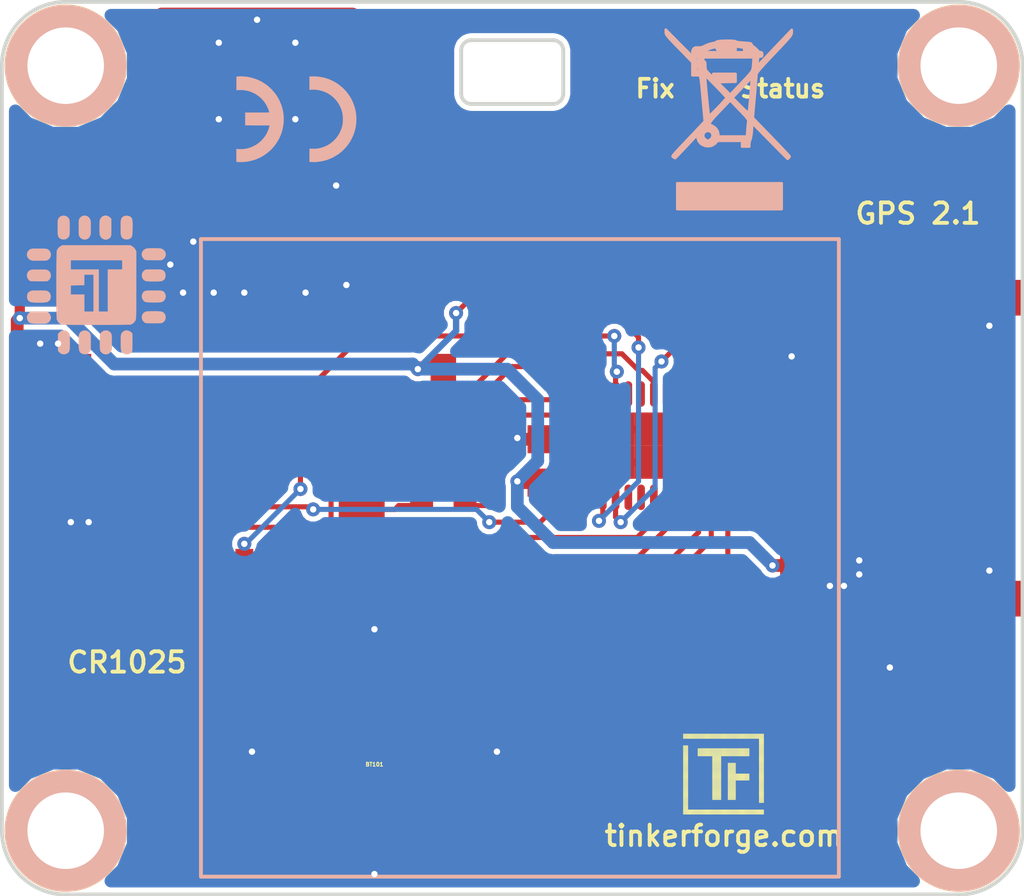
<source format=kicad_pcb>
(kicad_pcb (version 20171130) (host pcbnew 5.1.5-52549c5~84~ubuntu18.04.1)
  (layers (0 F.Cu signal hide) (31 B.Cu signal hide) (34 B.Paste user) (35 F.Paste user) (36 B.SilkS user) (37 F.SilkS user) (38 B.Mask user) (39 F.Mask user) (44 Edge.Cuts user))
  (net 0 "")
  (net 1 GND)
  (net 2 VCC)
  (net 3 "Net-(C101-Pad2)")
  (net 4 "Net-(L101-Pad2)")
  (net 5 RESET)
  (net 6 TXD)
  (net 7 RXD)
  (net 8 1PPS)
  (net 9 "Net-(RP101-Pad5)")
  (net 10 "Net-(RP101-Pad7)")
  (net 11 "Net-(RP101-Pad8)")
  (net 12 RTCM)
  (net 13 INT)
  (net 14 "Net-(D101-Pad2)")
  (net 15 "Net-(P103-Pad2)")
  (net 16 M-CS)
  (net 17 M-CLK)
  (net 18 M-MOSI)
  (net 19 M-MISO)
  (net 20 S-MISO)
  (net 21 S-MOSI)
  (net 22 S-CLK)
  (net 23 S-CS)
  (net 24 "Net-(RP102-Pad1)")
  (net 25 "Net-(RP102-Pad2)")
  (net 26 "Net-(RP102-Pad3)")
  (net 27 "Net-(RP102-Pad4)")
  (net 28 "Net-(D102-Pad2)")
  (net 29 "Net-(RP103-Pad5)")
  (net 30 "Net-(RP103-Pad8)")
  (net 31 "Net-(P101-Pad1)")
  (net 32 "Net-(RP101-Pad3)")
  (net 33 "Net-(RP101-Pad6)")
  (net 34 "Net-(RP103-Pad2)")
  (net 35 "Net-(RP103-Pad3)")
  (net 36 "Net-(RP103-Pad6)")
  (net 37 "Net-(RP103-Pad7)")
  (net 38 "Net-(U101-Pad3)")
  (net 39 "Net-(U101-Pad4)")
  (net 40 "Net-(U101-Pad11)")
  (net 41 "Net-(U101-Pad15)")
  (net 42 "Net-(U101-Pad16)")
  (net 43 "Net-(U102-Pad10)")
  (net 44 "Net-(C1-Pad1)")
  (net 45 "Net-(P101-Pad4)")
  (net 46 "Net-(P101-Pad5)")
  (net 47 "Net-(P101-Pad6)")
  (net 48 VBat)
  (module kicad-libraries:WEEE_7mm (layer B.Cu) (at 194.9 90.5 180)
    (fp_text reference VAL hide)
    (fp_text value WEEE_7mm hide)
  )
  (module kicad-libraries:FT-GPS-001 (layer B.Cu) (at 186.7 107.7)
    (fp_text reference REF**)
    (fp_text value FT-GPS-001)
  )
  (module kicad-libraries:CON-SENSOR2 (layer F.Cu) (at 206.4 103.4 90)
    (fp_text reference P101)
    (fp_text value CON-SENSOR)
    (pad 1 smd rect (at -3.75 -4.6 90) (size 0.6 1.8) (layers F.Cu F.Paste F.Mask) (net 31 "Net-(P101-Pad1)"))
    (pad 2 smd rect (at -2.5 -4.6 90) (size 0.6 1.8) (layers F.Cu F.Paste F.Mask) (net 1 GND))
    (pad EP smd rect (at -5.9 -1.2 90) (size 1.4 2.4) (layers F.Cu F.Paste F.Mask) (net 1 GND))
    (pad EP smd rect (at 5.9 -1.2 90) (size 1.4 2.4) (layers F.Cu F.Paste F.Mask) (net 1 GND))
    (pad 3 smd rect (at -1.25 -4.6 90) (size 0.6 1.8) (layers F.Cu F.Paste F.Mask) (net 3 "Net-(C101-Pad2)"))
    (pad 4 smd rect (at 0 -4.6 90) (size 0.6 1.8) (layers F.Cu F.Paste F.Mask) (net 45 "Net-(P101-Pad4)"))
    (pad 5 smd rect (at 1.25 -4.6 90) (size 0.6 1.8) (layers F.Cu F.Paste F.Mask) (net 46 "Net-(P101-Pad5)"))
    (pad 6 smd rect (at 2.5 -4.6 90) (size 0.6 1.8) (layers F.Cu F.Paste F.Mask) (net 47 "Net-(P101-Pad6)"))
    (pad 7 smd rect (at 3.75 -4.6 90) (size 0.6 1.8) (layers F.Cu F.Paste F.Mask) (net 44 "Net-(C1-Pad1)"))
  )
  (module kicad-libraries:Fiducial_Mark (layer F.Cu) (at 199.9 91.4)
    (fp_text reference Fiducial_Mark hide)
    (fp_text value VAL** hide)
    (pad 1 smd circle (at 0 0) (size 1.00076 1.00076) (layers F.Cu F.Paste F.Mask) (clearance 0.65024))
  )
  (module kicad-libraries:Fiducial_Mark (layer F.Cu) (at 167.9 92.9)
    (fp_text reference Fiducial_Mark hide)
    (fp_text value VAL** hide)
    (pad 1 smd circle (at 0 0) (size 1.00076 1.00076) (layers F.Cu F.Paste F.Mask) (clearance 0.65024))
  )
  (module kicad-libraries:Fiducial_Mark (layer F.Cu) (at 204.9 113.4)
    (fp_text reference Fiducial_Mark hide)
    (fp_text value VAL** hide)
    (pad 1 smd circle (at 0 0) (size 1.00076 1.00076) (layers F.Cu F.Paste F.Mask) (clearance 0.65024))
  )
  (module kicad-libraries:Logo_CoMCU (layer B.Cu) (at 170.1 97 180)
    (fp_text reference G*** hide)
    (fp_text value LOGO hide)
  )
  (module kicad-libraries:SolderJumper (layer F.Cu) (at 199.8 112 180)
    (fp_text reference P103)
    (fp_text value Boot)
    (pad 2 smd rect (at 0.55 0 180) (size 0.3 1.4) (layers F.Cu F.Mask) (net 15 "Net-(P103-Pad2)"))
    (pad 2 smd rect (at 0.15 0 180) (size 0.6 0.5) (layers F.Cu F.Mask) (net 15 "Net-(P103-Pad2)"))
    (pad 1 smd rect (at -0.5 0 180) (size 0.4 1.4) (layers F.Cu F.Mask) (net 1 GND))
    (pad 1 smd rect (at -0.225 0.55 180) (size 0.95 0.3) (layers F.Cu F.Mask) (net 1 GND))
    (pad 1 smd rect (at -0.225 -0.55 180) (size 0.95 0.3) (layers F.Cu F.Mask) (net 1 GND))
  )
  (module kicad-libraries:0603X4 (layer F.Cu) (at 191.7 96.1)
    (fp_text reference RP103)
    (fp_text value 1k)
    (pad 1 smd rect (at 1.19888 -0.8509) (size 0.44958 0.89916) (layers F.Cu F.Paste F.Mask) (net 14 "Net-(D101-Pad2)"))
    (pad 2 smd rect (at 0.39878 -0.8509) (size 0.44958 0.89916) (layers F.Cu F.Paste F.Mask) (net 34 "Net-(RP103-Pad2)"))
    (pad 3 smd rect (at -0.39878 -0.8509) (size 0.44958 0.89916) (layers F.Cu F.Paste F.Mask) (net 35 "Net-(RP103-Pad3)"))
    (pad 4 smd rect (at -1.19888 -0.8509) (size 0.44958 0.89916) (layers F.Cu F.Paste F.Mask) (net 28 "Net-(D102-Pad2)"))
    (pad 5 smd rect (at -1.19888 0.8509) (size 0.44958 0.89916) (layers F.Cu F.Paste F.Mask) (net 29 "Net-(RP103-Pad5)"))
    (pad 6 smd rect (at -0.39878 0.8509) (size 0.44958 0.89916) (layers F.Cu F.Paste F.Mask) (net 36 "Net-(RP103-Pad6)"))
    (pad 7 smd rect (at 0.39878 0.8509) (size 0.44958 0.89916) (layers F.Cu F.Paste F.Mask) (net 37 "Net-(RP103-Pad7)"))
    (pad 8 smd rect (at 1.19888 0.8509) (size 0.44958 0.89916) (layers F.Cu F.Paste F.Mask) (net 30 "Net-(RP103-Pad8)"))
  )
  (module kicad-libraries:D0603E (layer F.Cu) (at 192 87.6)
    (fp_text reference D102)
    (fp_text value "LED green")
    (pad 1 smd rect (at -0.8501 0) (size 1.1 1) (layers F.Cu F.Paste F.Mask) (net 2 VCC))
    (pad 2 smd rect (at 0.8501 0) (size 1.1 1) (layers F.Cu F.Paste F.Mask) (net 28 "Net-(D102-Pad2)"))
  )
  (module kicad-libraries:QFN24-4x4mm-0.5mm (layer F.Cu) (at 191.2 103.3 270)
    (fp_text reference U101)
    (fp_text value XMC1302-32)
    (pad 1 smd oval (at -2.025 -1.25 270) (size 1 0.3) (layers F.Cu F.Paste F.Mask) (net 20 S-MISO))
    (pad 2 smd oval (at -2.025 -0.75 270) (size 1 0.3) (layers F.Cu F.Paste F.Mask) (net 5 RESET))
    (pad 3 smd oval (at -2.025 -0.25 270) (size 1 0.3) (layers F.Cu F.Paste F.Mask) (net 38 "Net-(U101-Pad3)"))
    (pad 4 smd oval (at -2.025 0.25 270) (size 1 0.3) (layers F.Cu F.Paste F.Mask) (net 39 "Net-(U101-Pad4)"))
    (pad 5 smd oval (at -2.025 0.75 270) (size 1 0.3) (layers F.Cu F.Paste F.Mask) (net 13 INT))
    (pad 6 smd oval (at -2.025 1.25 270) (size 1 0.3) (layers F.Cu F.Paste F.Mask) (net 8 1PPS))
    (pad 7 smd oval (at -1.25 2.025) (size 1 0.3) (layers F.Cu F.Paste F.Mask) (net 7 RXD))
    (pad 8 smd oval (at -0.75 2.025) (size 1 0.3) (layers F.Cu F.Paste F.Mask) (net 6 TXD))
    (pad 9 smd oval (at -0.25 2.025) (size 1 0.3) (layers F.Cu F.Paste F.Mask) (net 1 GND))
    (pad 10 smd oval (at 0.25 2.025) (size 1 0.3) (layers F.Cu F.Paste F.Mask) (net 2 VCC))
    (pad 11 smd oval (at 0.75 2.025) (size 1 0.3) (layers F.Cu F.Paste F.Mask) (net 40 "Net-(U101-Pad11)"))
    (pad 12 smd oval (at 1.25 2.025) (size 1 0.3) (layers F.Cu F.Paste F.Mask) (net 12 RTCM))
    (pad 13 smd oval (at 2.025 1.25 270) (size 1 0.3) (layers F.Cu F.Paste F.Mask) (net 29 "Net-(RP103-Pad5)"))
    (pad 14 smd oval (at 2.025 0.75 270) (size 1 0.3) (layers F.Cu F.Paste F.Mask) (net 30 "Net-(RP103-Pad8)"))
    (pad 15 smd oval (at 2.025 0.25 270) (size 1 0.3) (layers F.Cu F.Paste F.Mask) (net 41 "Net-(U101-Pad15)"))
    (pad 16 smd oval (at 2.025 -0.25 270) (size 1 0.3) (layers F.Cu F.Paste F.Mask) (net 42 "Net-(U101-Pad16)"))
    (pad 17 smd oval (at 2.025 -0.75 270) (size 1 0.3) (layers F.Cu F.Paste F.Mask) (net 19 M-MISO))
    (pad 18 smd oval (at 2.025 -1.25 270) (size 1 0.3) (layers F.Cu F.Paste F.Mask) (net 18 M-MOSI))
    (pad 19 smd oval (at 1.25 -2.025) (size 1 0.3) (layers F.Cu F.Paste F.Mask) (net 17 M-CLK))
    (pad 20 smd oval (at 0.75 -2.025) (size 1 0.3) (layers F.Cu F.Paste F.Mask) (net 16 M-CS))
    (pad 21 smd oval (at 0.25 -2.025) (size 1 0.3) (layers F.Cu F.Paste F.Mask) (net 15 "Net-(P103-Pad2)"))
    (pad 22 smd oval (at -0.25 -2.025) (size 1 0.3) (layers F.Cu F.Paste F.Mask) (net 23 S-CS))
    (pad 23 smd oval (at -0.75 -2.025) (size 1 0.3) (layers F.Cu F.Paste F.Mask) (net 22 S-CLK))
    (pad 24 smd oval (at -1.25 -2.025) (size 1 0.3) (layers F.Cu F.Paste F.Mask) (net 21 S-MOSI))
    (pad EXP smd rect (at 0.65 0.65 270) (size 1.3 1.3) (layers F.Cu F.Paste F.Mask) (net 1 GND))
    (pad EXP smd rect (at 0.65 -0.65 270) (size 1.3 1.3) (layers F.Cu F.Paste F.Mask) (net 1 GND))
    (pad EXP smd rect (at -0.65 0.65 270) (size 1.3 1.3) (layers F.Cu F.Paste F.Mask) (net 1 GND))
    (pad EXP smd rect (at -0.65 -0.65 270) (size 1.3 1.3) (layers F.Cu F.Paste F.Mask) (net 1 GND))
  )
  (module kicad-libraries:Logo_31x31 (layer F.Cu) (at 193.1 114.6)
    (fp_text reference G*** hide)
    (fp_text value Logo_31x31 hide)
  )
  (module kicad-libraries:0603X4 (layer F.Cu) (at 183.7 104.45 270)
    (fp_text reference RP101)
    (fp_text value 270)
    (pad 1 smd rect (at 1.19888 -0.8509 270) (size 0.44958 0.89916) (layers F.Cu F.Paste F.Mask) (net 6 TXD))
    (pad 2 smd rect (at 0.39878 -0.8509 270) (size 0.44958 0.89916) (layers F.Cu F.Paste F.Mask) (net 7 RXD))
    (pad 3 smd rect (at -0.39878 -0.8509 270) (size 0.44958 0.89916) (layers F.Cu F.Paste F.Mask) (net 32 "Net-(RP101-Pad3)"))
    (pad 4 smd rect (at -1.19888 -0.8509 270) (size 0.44958 0.89916) (layers F.Cu F.Paste F.Mask) (net 8 1PPS))
    (pad 5 smd rect (at -1.19888 0.8509 270) (size 0.44958 0.89916) (layers F.Cu F.Paste F.Mask) (net 9 "Net-(RP101-Pad5)"))
    (pad 6 smd rect (at -0.39878 0.8509 270) (size 0.44958 0.89916) (layers F.Cu F.Paste F.Mask) (net 33 "Net-(RP101-Pad6)"))
    (pad 7 smd rect (at 0.39878 0.8509 270) (size 0.44958 0.89916) (layers F.Cu F.Paste F.Mask) (net 10 "Net-(RP101-Pad7)"))
    (pad 8 smd rect (at 1.19888 0.8509 270) (size 0.44958 0.89916) (layers F.Cu F.Paste F.Mask) (net 11 "Net-(RP101-Pad8)"))
  )
  (module kicad-libraries:0603X4 (layer F.Cu) (at 183.7 108.1 90)
    (fp_text reference RP102)
    (fp_text value 270)
    (pad 1 smd rect (at 1.19888 -0.8509 90) (size 0.44958 0.89916) (layers F.Cu F.Paste F.Mask) (net 24 "Net-(RP102-Pad1)"))
    (pad 2 smd rect (at 0.39878 -0.8509 90) (size 0.44958 0.89916) (layers F.Cu F.Paste F.Mask) (net 25 "Net-(RP102-Pad2)"))
    (pad 3 smd rect (at -0.39878 -0.8509 90) (size 0.44958 0.89916) (layers F.Cu F.Paste F.Mask) (net 26 "Net-(RP102-Pad3)"))
    (pad 4 smd rect (at -1.19888 -0.8509 90) (size 0.44958 0.89916) (layers F.Cu F.Paste F.Mask) (net 27 "Net-(RP102-Pad4)"))
    (pad 5 smd rect (at -1.19888 0.8509 90) (size 0.44958 0.89916) (layers F.Cu F.Paste F.Mask) (net 16 M-CS))
    (pad 6 smd rect (at -0.39878 0.8509 90) (size 0.44958 0.89916) (layers F.Cu F.Paste F.Mask) (net 17 M-CLK))
    (pad 7 smd rect (at 0.39878 0.8509 90) (size 0.44958 0.89916) (layers F.Cu F.Paste F.Mask) (net 18 M-MOSI))
    (pad 8 smd rect (at 1.19888 0.8509 90) (size 0.44958 0.89916) (layers F.Cu F.Paste F.Mask) (net 19 M-MISO))
  )
  (module kicad-libraries:D0603E (layer F.Cu) (at 197 87.6)
    (fp_text reference D101)
    (fp_text value "LED blue")
    (pad 1 smd rect (at -0.8501 0) (size 1.1 1) (layers F.Cu F.Paste F.Mask) (net 2 VCC))
    (pad 2 smd rect (at 0.8501 0) (size 1.1 1) (layers F.Cu F.Paste F.Mask) (net 14 "Net-(D101-Pad2)"))
  )
  (module kicad-libraries:DRILL_NP (layer F.Cu) (at 168.9 118.4)
    (fp_text reference U106 hide)
    (fp_text value DRILL hide)
    (pad "" np_thru_hole circle (at 0 0) (size 2.99974 2.99974) (drill 2.99974) (layers *.Cu *.Mask F.SilkS) (clearance 0.89916))
  )
  (module kicad-libraries:DRILL_NP (layer F.Cu) (at 168.9 88.4)
    (fp_text reference U105 hide)
    (fp_text value DRILL hide)
    (pad "" np_thru_hole circle (at 0 0) (size 2.99974 2.99974) (drill 2.99974) (layers *.Cu *.Mask F.SilkS) (clearance 0.89916))
  )
  (module kicad-libraries:DRILL_NP (layer F.Cu) (at 203.9 118.4)
    (fp_text reference U104 hide)
    (fp_text value DRILL hide)
    (pad "" np_thru_hole circle (at 0 0) (size 2.99974 2.99974) (drill 2.99974) (layers *.Cu *.Mask F.SilkS) (clearance 0.89916))
  )
  (module kicad-libraries:DRILL_NP (layer F.Cu) (at 203.9 88.4)
    (fp_text reference U103 hide)
    (fp_text value DRILL hide)
    (pad "" np_thru_hole circle (at 0 0) (size 2.99974 2.99974) (drill 2.99974) (layers *.Cu *.Mask F.SilkS) (clearance 0.89916))
  )
  (module kicad-libraries:C0603E (layer F.Cu) (at 199.1 105.7 90)
    (fp_text reference C101)
    (fp_text value 1uF)
    (pad 1 smd rect (at -0.8501 0 90) (size 1.1 1) (layers F.Cu F.Paste F.Mask) (net 1 GND))
    (pad 2 smd rect (at 0.8501 0 90) (size 1.1 1) (layers F.Cu F.Paste F.Mask) (net 3 "Net-(C101-Pad2)"))
  )
  (module kicad-libraries:C0603E (layer F.Cu) (at 198.3 108 180)
    (fp_text reference C102)
    (fp_text value 10uF)
    (pad 1 smd rect (at -0.8501 0 180) (size 1.1 1) (layers F.Cu F.Paste F.Mask) (net 1 GND))
    (pad 2 smd rect (at 0.8501 0 180) (size 1.1 1) (layers F.Cu F.Paste F.Mask) (net 2 VCC))
  )
  (module kicad-libraries:C0603E (layer F.Cu) (at 187.5 103.9 270)
    (fp_text reference C103)
    (fp_text value 100nF)
    (pad 1 smd rect (at -0.8501 0 270) (size 1.1 1) (layers F.Cu F.Paste F.Mask) (net 1 GND))
    (pad 2 smd rect (at 0.8501 0 270) (size 1.1 1) (layers F.Cu F.Paste F.Mask) (net 2 VCC))
  )
  (module kicad-libraries:C0603E (layer F.Cu) (at 169.4 101.1 270)
    (fp_text reference C104)
    (fp_text value 100nF)
    (pad 1 smd rect (at -0.8501 0 270) (size 1.1 1) (layers F.Cu F.Paste F.Mask) (net 1 GND))
    (pad 2 smd rect (at 0.8501 0 270) (size 1.1 1) (layers F.Cu F.Paste F.Mask) (net 2 VCC))
  )
  (module kicad-libraries:C0603E (layer F.Cu) (at 168 101.1 270)
    (fp_text reference C105)
    (fp_text value 1uF)
    (pad 1 smd rect (at -0.8501 0 270) (size 1.1 1) (layers F.Cu F.Paste F.Mask) (net 1 GND))
    (pad 2 smd rect (at 0.8501 0 270) (size 1.1 1) (layers F.Cu F.Paste F.Mask) (net 2 VCC))
  )
  (module kicad-libraries:C0603E (layer F.Cu) (at 169.4 104.5 90)
    (fp_text reference C106)
    (fp_text value 1µF)
    (pad 1 smd rect (at -0.8501 0 90) (size 1.1 1) (layers F.Cu F.Paste F.Mask) (net 1 GND))
    (pad 2 smd rect (at 0.8501 0 90) (size 1.1 1) (layers F.Cu F.Paste F.Mask) (net 48 VBat))
  )
  (module kicad-libraries:C0603E (layer F.Cu) (at 173 94.4 90)
    (fp_text reference C107)
    (fp_text value 1µF)
    (pad 1 smd rect (at -0.8501 0 90) (size 1.1 1) (layers F.Cu F.Paste F.Mask) (net 1 GND))
    (pad 2 smd rect (at 0.8501 0 90) (size 1.1 1) (layers F.Cu F.Paste F.Mask) (net 2 VCC))
  )
  (module kicad-libraries:C0603E (layer F.Cu) (at 197.5 105.7 90)
    (fp_text reference FB101)
    (fp_text value FB)
    (pad 1 smd rect (at -0.8501 0 90) (size 1.1 1) (layers F.Cu F.Paste F.Mask) (net 2 VCC))
    (pad 2 smd rect (at 0.8501 0 90) (size 1.1 1) (layers F.Cu F.Paste F.Mask) (net 3 "Net-(C101-Pad2)"))
  )
  (module kicad-libraries:R0603E (layer F.Cu) (at 183.7 101.1 270)
    (fp_text reference R102)
    (fp_text value 1k)
    (pad 1 smd rect (at -0.8501 0 270) (size 1.1 1) (layers F.Cu F.Paste F.Mask) (net 2 VCC))
    (pad 2 smd rect (at 0.8501 0 270) (size 1.1 1) (layers F.Cu F.Paste F.Mask) (net 5 RESET))
  )
  (module kicad-libraries:BATTERY_HOLDER_BK870 (layer F.Cu) (at 181 115.3)
    (fp_text reference BT101 (at 0 0.5) (layer F.SilkS) (effects (font (size 0.15 0.15) (thickness 0.0375))))
    (fp_text value Battery)
    (pad 1 smd rect (at -7.7 0) (size 3.2 3.2) (layers F.Cu F.Paste F.Mask) (net 48 VBat))
    (pad 1 smd rect (at 7.7 0) (size 3.2 3.2) (layers F.Cu F.Paste F.Mask) (net 48 VBat))
    (pad 2 smd circle (at 0 0) (size 8.13 8.13) (layers F.Cu F.Mask) (net 1 GND))
  )
  (module kicad-libraries:FireFlyX1 (layer F.Cu) (at 175.9 103.4 270)
    (fp_text reference U102)
    (fp_text value FireFlyX1)
    (pad 1 smd rect (at -4.85 -2.4 270) (size 1.8 0.7) (layers F.Cu F.Paste F.Mask) (net 1 GND))
    (pad 2 smd rect (at -4.85 -1.2 270) (size 1.8 0.7) (layers F.Cu F.Paste F.Mask) (net 4 "Net-(L101-Pad2)"))
    (pad 3 smd rect (at -4.85 0 270) (size 1.8 0.7) (layers F.Cu F.Paste F.Mask) (net 1 GND))
    (pad 4 smd rect (at -4.85 1.2 270) (size 1.8 0.7) (layers F.Cu F.Paste F.Mask) (net 1 GND))
    (pad 5 smd rect (at -4.85 2.4 270) (size 1.8 0.7) (layers F.Cu F.Paste F.Mask) (net 1 GND))
    (pad 6 smd rect (at -2.4 4.6 270) (size 0.7 1.8) (layers F.Cu F.Paste F.Mask) (net 1 GND))
    (pad 7 smd rect (at -1.2 4.6 270) (size 0.7 1.8) (layers F.Cu F.Paste F.Mask) (net 2 VCC))
    (pad 8 smd rect (at 0 4.6 270) (size 0.7 1.8) (layers F.Cu F.Paste F.Mask) (net 48 VBat))
    (pad 9 smd rect (at 1.2 4.6 270) (size 0.7 1.8) (layers F.Cu F.Paste F.Mask) (net 1 GND))
    (pad 10 smd rect (at 2.4 4.6 270) (size 0.7 1.8) (layers F.Cu F.Paste F.Mask) (net 43 "Net-(U102-Pad10)"))
    (pad 11 smd rect (at 4.85 2.4 270) (size 1.8 0.7) (layers F.Cu F.Paste F.Mask) (net 12 RTCM))
    (pad 12 smd rect (at 4.85 1.2 270) (size 1.8 0.7) (layers F.Cu F.Paste F.Mask) (net 24 "Net-(RP102-Pad1)"))
    (pad 13 smd rect (at 4.85 0 270) (size 1.8 0.7) (layers F.Cu F.Paste F.Mask) (net 13 INT))
    (pad 14 smd rect (at 4.85 -1.2 270) (size 1.8 0.7) (layers F.Cu F.Paste F.Mask) (net 25 "Net-(RP102-Pad2)"))
    (pad 15 smd rect (at 4.85 -2.4 270) (size 1.8 0.7) (layers F.Cu F.Paste F.Mask) (net 26 "Net-(RP102-Pad3)"))
    (pad 16 smd rect (at 2.4 -4.6 270) (size 0.7 1.8) (layers F.Cu F.Paste F.Mask) (net 11 "Net-(RP101-Pad8)"))
    (pad 17 smd rect (at 1.2 -4.6 270) (size 0.7 1.8) (layers F.Cu F.Paste F.Mask) (net 10 "Net-(RP101-Pad7)"))
    (pad 18 smd rect (at 0 -4.6 270) (size 0.7 1.8) (layers F.Cu F.Paste F.Mask) (net 9 "Net-(RP101-Pad5)"))
    (pad 19 smd rect (at -1.2 -4.6 270) (size 0.7 1.8) (layers F.Cu F.Paste F.Mask) (net 5 RESET))
    (pad 20 smd rect (at -2.4 -4.6 270) (size 0.7 1.8) (layers F.Cu F.Paste F.Mask) (net 27 "Net-(RP102-Pad4)"))
  )
  (module kicad-libraries:CE_5mm (layer B.Cu) (at 177.9 90.5 180)
    (fp_text reference VAL hide)
    (fp_text value CE_5mm hide)
  )
  (module kicad-libraries:U.FL-CON (layer F.Cu) (at 176.4 89)
    (fp_text reference P104)
    (fp_text value U.FL)
    (pad 2 smd rect (at -1.45034 0) (size 1.09982 2.19964) (layers F.Cu F.Paste F.Mask) (net 1 GND))
    (pad 2 smd rect (at 1.45034 0) (size 1.09982 2.19964) (layers F.Cu F.Paste F.Mask) (net 1 GND))
    (pad 2 smd rect (at 0 -1.50114) (size 1.00076 1.00076) (layers F.Cu F.Paste F.Mask) (net 1 GND))
    (pad 1 smd rect (at 0 1.50114) (size 1.00076 1.05156) (layers F.Cu F.Paste F.Mask) (net 4 "Net-(L101-Pad2)"))
  )
  (module kicad-libraries:C0402F (layer F.Cu) (at 198.5 99.8 180)
    (fp_text reference C1)
    (fp_text value 220pF)
    (pad 2 smd rect (at 0.5 0 180) (size 0.6 0.7) (layers F.Cu F.Paste F.Mask) (net 1 GND))
    (pad 1 smd rect (at -0.5 0 180) (size 0.6 0.7) (layers F.Cu F.Paste F.Mask) (net 44 "Net-(C1-Pad1)"))
  )
  (module kicad-libraries:4X0402 (layer F.Cu) (at 198.5 101.5 90)
    (fp_text reference RP2)
    (fp_text value 82)
    (pad 1 smd rect (at -0.7493 0.575 270) (size 0.29972 0.65) (layers F.Cu F.Paste F.Mask) (net 45 "Net-(P101-Pad4)"))
    (pad 2 smd rect (at -0.24892 0.575 270) (size 0.29972 0.65) (layers F.Cu F.Paste F.Mask) (net 46 "Net-(P101-Pad5)"))
    (pad 3 smd rect (at 0.24892 0.575 270) (size 0.29972 0.65) (layers F.Cu F.Paste F.Mask) (net 47 "Net-(P101-Pad6)"))
    (pad 4 smd rect (at 0.7493 0.575 270) (size 0.29972 0.65) (layers F.Cu F.Paste F.Mask) (net 44 "Net-(C1-Pad1)"))
    (pad 5 smd rect (at 0.7493 -0.575 90) (size 0.29972 0.65) (layers F.Cu F.Paste F.Mask) (net 20 S-MISO))
    (pad 6 smd rect (at 0.24892 -0.575 90) (size 0.29972 0.65) (layers F.Cu F.Paste F.Mask) (net 21 S-MOSI))
    (pad 7 smd rect (at -0.24892 -0.575 90) (size 0.29972 0.65) (layers F.Cu F.Paste F.Mask) (net 22 S-CLK))
    (pad 8 smd rect (at -0.7493 -0.575 90) (size 0.29972 0.65) (layers F.Cu F.Paste F.Mask) (net 23 S-CS))
  )
  (module kicad-libraries:R0603E (layer F.Cu) (at 175.5 93.5)
    (fp_text reference L101)
    (fp_text value 33nH)
    (pad 1 smd rect (at -0.8501 0) (size 1.1 1) (layers F.Cu F.Paste F.Mask) (net 2 VCC))
    (pad 2 smd rect (at 0.8501 0) (size 1.1 1) (layers F.Cu F.Paste F.Mask) (net 4 "Net-(L101-Pad2)"))
  )
  (gr_text CR1025 (at 171.3 111.8) (layer F.SilkS) (effects (font (size 0.8 0.8))))
  (gr_line (start 188 89.9) (end 184.8 89.9) (angle 90) (layer Edge.Cuts) (width 0.15))
  (gr_line (start 184.8 87.4) (end 188 87.4) (angle 90) (layer Edge.Cuts) (width 0.15))
  (gr_line (start 184.4 89.5) (end 184.4 87.8) (angle 90) (layer Edge.Cuts) (width 0.15))
  (gr_line (start 188.4 89.5) (end 188.4 87.8) (angle 90) (layer Edge.Cuts) (width 0.15))
  (gr_arc (start 184.8 89.5) (end 184.8 89.9) (angle 90) (layer Edge.Cuts) (width 0.15))
  (gr_arc (start 188 89.5) (end 188.4 89.5) (angle 90) (layer Edge.Cuts) (width 0.15))
  (gr_arc (start 188 87.8) (end 188 87.4) (angle 90) (layer Edge.Cuts) (width 0.15))
  (gr_arc (start 184.8 87.8) (end 184.4 87.8) (angle 90) (layer Edge.Cuts) (width 0.15))
  (gr_text Fix (at 192 89.3) (layer F.SilkS) (effects (font (size 0.7 0.7))))
  (gr_text Status (at 197 89.3) (layer F.SilkS) (effects (font (size 0.7 0.7))))
  (gr_line (start 203.9 85.9) (end 168.9 85.9) (angle 90) (layer Edge.Cuts) (width 0.15))
  (gr_line (start 206.4 118.4) (end 206.4 88.4) (angle 90) (layer Edge.Cuts) (width 0.15))
  (gr_line (start 168.9 120.9) (end 203.9 120.9) (angle 90) (layer Edge.Cuts) (width 0.15))
  (gr_line (start 166.4 88.4) (end 166.4 118.4) (angle 90) (layer Edge.Cuts) (width 0.15))
  (gr_arc (start 168.9 88.4) (end 166.4 88.4) (angle 90) (layer Edge.Cuts) (width 0.15))
  (gr_arc (start 203.9 88.4) (end 203.9 85.9) (angle 90) (layer Edge.Cuts) (width 0.15))
  (gr_arc (start 203.9 118.4) (end 206.4 118.4) (angle 90) (layer Edge.Cuts) (width 0.15))
  (gr_arc (start 168.9 118.4) (end 168.9 120.9) (angle 90) (layer Edge.Cuts) (width 0.15))
  (gr_text "GPS 2.1" (at 202.3 94.2) (layer F.SilkS) (effects (font (size 0.8 0.8))))
  (gr_text tinkerforge.com (at 194.7 118.6) (layer F.SilkS) (effects (font (size 0.8 0.8))))
  (segment (start 199.1501 108) (end 199.8 108) (width 0.5) (layer F.Cu) (net 1))
  (via (at 200 107.8) (size 0.55) (drill 0.25) (layers F.Cu B.Cu) (net 1))
  (segment (start 199.8 108) (end 200 107.8) (width 0.5) (layer F.Cu) (net 1))
  (segment (start 199.1501 108) (end 199.65 108) (width 0.5) (layer F.Cu) (net 1))
  (segment (start 199.65 108) (end 200 108.35) (width 0.5) (layer F.Cu) (net 1))
  (via (at 200 108.35) (size 0.55) (drill 0.25) (layers F.Cu B.Cu) (net 1))
  (segment (start 199.1501 108) (end 199.1501 108.5501) (width 0.5) (layer F.Cu) (net 1))
  (via (at 199.4 108.8) (size 0.55) (drill 0.25) (layers F.Cu B.Cu) (net 1))
  (segment (start 199.1501 108.5501) (end 199.4 108.8) (width 0.5) (layer F.Cu) (net 1))
  (segment (start 199.1501 108) (end 199.1501 108.4999) (width 0.5) (layer F.Cu) (net 1))
  (segment (start 199.1501 108.4999) (end 198.85 108.8) (width 0.5) (layer F.Cu) (net 1))
  (via (at 198.85 108.8) (size 0.55) (drill 0.25) (layers F.Cu B.Cu) (net 1))
  (segment (start 199.1 106.5501) (end 199.1 107.9499) (width 0.5) (layer F.Cu) (net 1))
  (segment (start 199.1 107.9499) (end 199.1501 108) (width 0.5) (layer F.Cu) (net 1))
  (segment (start 205.05 109.3) (end 205.05 108.25) (width 0.5) (layer F.Cu) (net 1))
  (via (at 205.1 108.2) (size 0.55) (drill 0.25) (layers F.Cu B.Cu) (net 1))
  (segment (start 205.05 108.25) (end 205.1 108.2) (width 0.5) (layer F.Cu) (net 1))
  (segment (start 205.05 97.5) (end 205.05 98.55) (width 0.5) (layer F.Cu) (net 1))
  (via (at 205.1 98.6) (size 0.55) (drill 0.25) (layers F.Cu B.Cu) (net 1))
  (segment (start 205.05 98.55) (end 205.1 98.6) (width 0.5) (layer F.Cu) (net 1))
  (segment (start 201.8 105.9) (end 200.5 105.9) (width 0.5) (layer F.Cu) (net 1))
  (segment (start 199.8499 106.5501) (end 199.1 106.5501) (width 0.5) (layer F.Cu) (net 1))
  (segment (start 200.5 105.9) (end 199.8499 106.5501) (width 0.5) (layer F.Cu) (net 1))
  (segment (start 181 115.3) (end 176.2 115.3) (width 0.5) (layer F.Cu) (net 1))
  (via (at 176.2 115.3) (size 0.55) (drill 0.25) (layers F.Cu B.Cu) (net 1))
  (segment (start 181 115.3) (end 185.8 115.3) (width 0.5) (layer F.Cu) (net 1))
  (via (at 185.8 115.3) (size 0.55) (drill 0.25) (layers F.Cu B.Cu) (net 1))
  (segment (start 181 115.3) (end 181 120.1) (width 0.5) (layer F.Cu) (net 1))
  (via (at 181 120.1) (size 0.55) (drill 0.25) (layers F.Cu B.Cu) (net 1))
  (segment (start 181 115.3) (end 181 110.5) (width 0.5) (layer F.Cu) (net 1))
  (via (at 181 110.5) (size 0.55) (drill 0.25) (layers F.Cu B.Cu) (net 1))
  (segment (start 200.025 112.55) (end 200.15 112.55) (width 0.2) (layer F.Cu) (net 1))
  (segment (start 200.15 112.55) (end 200.35 112.35) (width 0.2) (layer F.Cu) (net 1))
  (segment (start 200.35 112.35) (end 200.35 112) (width 0.2) (layer F.Cu) (net 1))
  (segment (start 200.35 112) (end 200.3 112) (width 0.2) (layer F.Cu) (net 1))
  (segment (start 200.025 111.45) (end 200.15 111.45) (width 0.2) (layer F.Cu) (net 1))
  (segment (start 200.15 111.45) (end 200.35 111.65) (width 0.2) (layer F.Cu) (net 1))
  (segment (start 200.35 111.65) (end 200.35 112) (width 0.2) (layer F.Cu) (net 1))
  (segment (start 200.35 112) (end 200.3 112) (width 0.2) (layer F.Cu) (net 1))
  (segment (start 200.35 112) (end 201.2 112) (width 0.2) (layer F.Cu) (net 1))
  (via (at 201.2 112) (size 0.55) (drill 0.25) (layers F.Cu B.Cu) (net 1))
  (segment (start 179.5 93.1) (end 179.5 96.6) (width 0.7) (layer B.Cu) (net 1))
  (segment (start 178.3 94.3) (end 179.5 93.1) (width 0.7) (layer B.Cu) (net 1))
  (via (at 179.5 93.1) (size 0.55) (drill 0.25) (layers F.Cu B.Cu) (net 1))
  (segment (start 178.3 98.55) (end 178.3 97.3) (width 0.4) (layer F.Cu) (net 1))
  (via (at 178.3 97.3) (size 0.55) (drill 0.25) (layers F.Cu B.Cu) (net 1))
  (segment (start 178.3 97.3) (end 178.3 94.3) (width 0.7) (layer B.Cu) (net 1))
  (via (at 179.9 97) (size 0.55) (drill 0.25) (layers F.Cu B.Cu) (net 1))
  (segment (start 179.5 96.6) (end 179.9 97) (width 0.7) (layer B.Cu) (net 1))
  (segment (start 187.5 103.0499) (end 186.6499 103.0499) (width 0.5) (layer F.Cu) (net 1))
  (via (at 186.6 103) (size 0.55) (drill 0.25) (layers F.Cu B.Cu) (net 1))
  (segment (start 186.6499 103.0499) (end 186.6 103) (width 0.5) (layer F.Cu) (net 1))
  (segment (start 191.85 103.95) (end 190.55 103.95) (width 0.3) (layer F.Cu) (net 1))
  (segment (start 190.55 103.95) (end 190.55 102.65) (width 0.3) (layer F.Cu) (net 1))
  (segment (start 190.55 102.65) (end 191.85 102.65) (width 0.3) (layer F.Cu) (net 1))
  (segment (start 190.15 103.05) (end 190.55 102.65) (width 0.3) (layer F.Cu) (net 1))
  (segment (start 189.175 103.05) (end 187.5001 103.05) (width 0.3) (layer F.Cu) (net 1))
  (segment (start 187.5001 103.05) (end 187.5 103.0499) (width 0.3) (layer F.Cu) (net 1))
  (segment (start 177.85034 89) (end 177.85034 87.54966) (width 0.4) (layer F.Cu) (net 1))
  (via (at 177.9 87.5) (size 0.55) (drill 0.25) (layers F.Cu B.Cu) (net 1))
  (segment (start 177.85034 87.54966) (end 177.9 87.5) (width 0.4) (layer F.Cu) (net 1))
  (segment (start 177.85034 89) (end 177.85034 90.45034) (width 0.4) (layer F.Cu) (net 1))
  (via (at 177.9 90.5) (size 0.55) (drill 0.25) (layers F.Cu B.Cu) (net 1))
  (segment (start 177.85034 90.45034) (end 177.9 90.5) (width 0.4) (layer F.Cu) (net 1))
  (segment (start 174.94966 89) (end 174.94966 90.45034) (width 0.4) (layer F.Cu) (net 1))
  (via (at 174.9 90.5) (size 0.55) (drill 0.25) (layers F.Cu B.Cu) (net 1))
  (segment (start 174.94966 90.45034) (end 174.9 90.5) (width 0.4) (layer F.Cu) (net 1))
  (segment (start 174.94966 89) (end 174.94966 87.54966) (width 0.4) (layer F.Cu) (net 1))
  (via (at 174.9 87.5) (size 0.55) (drill 0.25) (layers F.Cu B.Cu) (net 1))
  (segment (start 174.94966 87.54966) (end 174.9 87.5) (width 0.4) (layer F.Cu) (net 1))
  (segment (start 176.4 87.49886) (end 176.4 86.6) (width 0.4) (layer F.Cu) (net 1))
  (via (at 176.4 86.6) (size 0.55) (drill 0.25) (layers F.Cu B.Cu) (net 1))
  (segment (start 173 95.2501) (end 173.8501 95.2501) (width 0.4) (layer F.Cu) (net 1))
  (via (at 173.9 95.3) (size 0.55) (drill 0.25) (layers F.Cu B.Cu) (net 1))
  (segment (start 173.8501 95.2501) (end 173.9 95.3) (width 0.4) (layer F.Cu) (net 1))
  (segment (start 173 95.2501) (end 173 96.2) (width 0.4) (layer F.Cu) (net 1))
  (via (at 173 96.2) (size 0.55) (drill 0.25) (layers F.Cu B.Cu) (net 1))
  (segment (start 175.9 98.55) (end 175.9 97.3) (width 0.4) (layer F.Cu) (net 1))
  (via (at 175.9 97.3) (size 0.55) (drill 0.25) (layers F.Cu B.Cu) (net 1))
  (segment (start 174.7 98.55) (end 174.7 97.3) (width 0.4) (layer F.Cu) (net 1))
  (via (at 174.7 97.3) (size 0.55) (drill 0.25) (layers F.Cu B.Cu) (net 1))
  (segment (start 173.5 98.55) (end 173.5 97.3) (width 0.4) (layer F.Cu) (net 1))
  (via (at 173.5 97.3) (size 0.55) (drill 0.25) (layers F.Cu B.Cu) (net 1))
  (segment (start 171.3 104.6) (end 170.5 104.6) (width 0.4) (layer F.Cu) (net 1))
  (segment (start 170.5 104.6) (end 169.7499 105.3501) (width 0.4) (layer F.Cu) (net 1))
  (segment (start 169.7499 105.3501) (end 169.4 105.3501) (width 0.4) (layer F.Cu) (net 1))
  (segment (start 169.4 105.3501) (end 169.4 105.9) (width 0.4) (layer F.Cu) (net 1))
  (segment (start 169.4 105.9) (end 169.8 106.3) (width 0.4) (layer F.Cu) (net 1))
  (via (at 169.8 106.3) (size 0.55) (drill 0.25) (layers F.Cu B.Cu) (net 1))
  (segment (start 169.4 105.3501) (end 169.4 106) (width 0.4) (layer F.Cu) (net 1))
  (via (at 169.1 106.3) (size 0.55) (drill 0.25) (layers F.Cu B.Cu) (net 1))
  (segment (start 169.4 106) (end 169.1 106.3) (width 0.4) (layer F.Cu) (net 1))
  (segment (start 168 100.2499) (end 168 99.9) (width 0.4) (layer F.Cu) (net 1))
  (segment (start 168 99.9) (end 168.6 99.3) (width 0.4) (layer F.Cu) (net 1))
  (segment (start 168.6 99.5) (end 168.6 99.3) (width 0.4) (layer F.Cu) (net 1))
  (via (at 168.6 99.3) (size 0.55) (drill 0.25) (layers F.Cu B.Cu) (net 1))
  (segment (start 168 100.1) (end 168.6 99.5) (width 0.4) (layer F.Cu) (net 1))
  (segment (start 168 100.2499) (end 168 100.1) (width 0.4) (layer F.Cu) (net 1))
  (segment (start 168 100.2499) (end 168 99.4) (width 0.4) (layer F.Cu) (net 1))
  (via (at 167.9 99.3) (size 0.55) (drill 0.25) (layers F.Cu B.Cu) (net 1))
  (segment (start 168 99.4) (end 167.9 99.3) (width 0.4) (layer F.Cu) (net 1))
  (segment (start 169.4 100.2499) (end 168 100.2499) (width 0.4) (layer F.Cu) (net 1))
  (segment (start 171.3 101) (end 170.4 101) (width 0.4) (layer F.Cu) (net 1))
  (segment (start 170.4 101) (end 169.6499 100.2499) (width 0.4) (layer F.Cu) (net 1))
  (segment (start 169.6499 100.2499) (end 169.4 100.2499) (width 0.4) (layer F.Cu) (net 1))
  (segment (start 189.175 103.05) (end 190.15 103.05) (width 0.3) (layer F.Cu) (net 1))
  (via (at 197.35 99.8) (size 0.55) (drill 0.25) (layers F.Cu B.Cu) (net 1))
  (segment (start 198 99.8) (end 197.35 99.8) (width 0.2) (layer F.Cu) (net 1))
  (segment (start 189.1499 91.2) (end 191.1499 89.2) (width 0.2) (layer F.Cu) (net 2))
  (segment (start 191.1499 89.2) (end 191.1499 87.6) (width 0.2) (layer F.Cu) (net 2))
  (segment (start 189.1499 87.6) (end 189.1499 91.2) (width 0.2) (layer F.Cu) (net 2))
  (segment (start 189.1499 91.2) (end 189.1499 93.1501) (width 0.2) (layer F.Cu) (net 2))
  (segment (start 189.1499 93.1501) (end 184.2 98.1) (width 0.2) (layer F.Cu) (net 2))
  (segment (start 197.4499 108) (end 196.6 108) (width 0.5) (layer F.Cu) (net 2))
  (segment (start 195.7 107.1) (end 188 107.1) (width 0.5) (layer B.Cu) (net 2))
  (segment (start 196.6 108) (end 195.7 107.1) (width 0.5) (layer B.Cu) (net 2))
  (via (at 196.6 108) (size 0.55) (drill 0.25) (layers F.Cu B.Cu) (net 2))
  (segment (start 197.5 106.5501) (end 197.5 107.9499) (width 0.5) (layer F.Cu) (net 2))
  (segment (start 197.5 107.9499) (end 197.4499 108) (width 0.5) (layer F.Cu) (net 2))
  (segment (start 182.5 100.1) (end 170.8 100.1) (width 0.5) (layer B.Cu) (net 2))
  (segment (start 170.8 100.1) (end 169 98.3) (width 0.5) (layer B.Cu) (net 2))
  (segment (start 169 98.3) (end 167.1 98.3) (width 0.5) (layer B.Cu) (net 2))
  (via (at 167.1 98.3) (size 0.55) (drill 0.25) (layers F.Cu B.Cu) (net 2))
  (segment (start 186.6 105.7) (end 186.6 104.7) (width 0.5) (layer B.Cu) (net 2))
  (segment (start 188 107.1) (end 186.6 105.7) (width 0.5) (layer B.Cu) (net 2))
  (segment (start 182.7 100.3) (end 184.2 98.8) (width 0.25) (layer B.Cu) (net 2))
  (segment (start 184.2 98.8) (end 184.2 98.1) (width 0.25) (layer B.Cu) (net 2))
  (via (at 184.2 98.1) (size 0.55) (drill 0.25) (layers F.Cu B.Cu) (net 2))
  (segment (start 196.1499 87.6) (end 195.4 87.6) (width 0.2) (layer F.Cu) (net 2))
  (segment (start 189.1499 86.9501) (end 189.1499 87.6) (width 0.2) (layer F.Cu) (net 2))
  (segment (start 189.6 86.5) (end 189.1499 86.9501) (width 0.2) (layer F.Cu) (net 2))
  (segment (start 194.3 86.5) (end 189.6 86.5) (width 0.2) (layer F.Cu) (net 2))
  (segment (start 195.4 87.6) (end 194.3 86.5) (width 0.2) (layer F.Cu) (net 2))
  (segment (start 187.4 103.9) (end 186.6 104.7) (width 0.5) (layer B.Cu) (net 2))
  (segment (start 186.2 100.3) (end 187.4 101.5) (width 0.5) (layer B.Cu) (net 2))
  (segment (start 182.7 100.3) (end 186.2 100.3) (width 0.5) (layer B.Cu) (net 2))
  (segment (start 187.4 101.5) (end 187.4 103.9) (width 0.5) (layer B.Cu) (net 2))
  (segment (start 168 101.9501) (end 167.5501 101.9501) (width 0.5) (layer F.Cu) (net 2))
  (segment (start 167.5501 101.9501) (end 167 101.4) (width 0.5) (layer F.Cu) (net 2))
  (segment (start 167 101.4) (end 167 98.4) (width 0.5) (layer F.Cu) (net 2))
  (segment (start 167 98.4) (end 167.1 98.3) (width 0.5) (layer F.Cu) (net 2))
  (segment (start 186.6501 104.7501) (end 187.5 104.7501) (width 0.5) (layer F.Cu) (net 2))
  (via (at 186.6 104.7) (size 0.55) (drill 0.25) (layers F.Cu B.Cu) (net 2))
  (segment (start 186.6 104.7) (end 186.6501 104.7501) (width 0.5) (layer F.Cu) (net 2))
  (segment (start 183.7 100.2499) (end 182.7501 100.2499) (width 0.5) (layer F.Cu) (net 2))
  (via (at 182.7 100.3) (size 0.55) (drill 0.25) (layers F.Cu B.Cu) (net 2))
  (segment (start 182.7501 100.2499) (end 182.7 100.3) (width 0.5) (layer F.Cu) (net 2))
  (segment (start 167.9501 102) (end 168 101.9501) (width 0.5) (layer F.Cu) (net 2))
  (segment (start 188.0499 104.7501) (end 187.5 104.7501) (width 0.3) (layer F.Cu) (net 2))
  (segment (start 188.3 104.5) (end 188.0499 104.7501) (width 0.3) (layer F.Cu) (net 2))
  (segment (start 188.3 103.8) (end 188.3 104.5) (width 0.3) (layer F.Cu) (net 2))
  (segment (start 173 93.5499) (end 174.6 93.5499) (width 0.4) (layer F.Cu) (net 2))
  (segment (start 174.6 93.5499) (end 174.6499 93.5) (width 0.4) (layer F.Cu) (net 2))
  (segment (start 167.1 98.3) (end 167.1 95.8) (width 0.4) (layer F.Cu) (net 2))
  (segment (start 167.1 95.8) (end 169.3501 93.5499) (width 0.4) (layer F.Cu) (net 2))
  (segment (start 169.3501 93.5499) (end 173 93.5499) (width 0.4) (layer F.Cu) (net 2))
  (segment (start 171.3 102.2) (end 170.3 102.2) (width 0.4) (layer F.Cu) (net 2))
  (segment (start 170.0501 101.9501) (end 169.4 101.9501) (width 0.4) (layer F.Cu) (net 2))
  (segment (start 170.3 102.2) (end 170.0501 101.9501) (width 0.4) (layer F.Cu) (net 2))
  (segment (start 168 101.9501) (end 169.4 101.9501) (width 0.4) (layer F.Cu) (net 2))
  (segment (start 189.175 103.55) (end 188.55 103.55) (width 0.3) (layer F.Cu) (net 2))
  (segment (start 188.55 103.55) (end 188.3 103.8) (width 0.3) (layer F.Cu) (net 2))
  (segment (start 182.5 100.1) (end 182.4 100.1) (width 0.5) (layer B.Cu) (net 2))
  (segment (start 182.7 100.3) (end 182.5 100.1) (width 0.5) (layer B.Cu) (net 2))
  (segment (start 199.1 104.8499) (end 197.5 104.8499) (width 0.5) (layer F.Cu) (net 3))
  (segment (start 197.3999 104.8) (end 197.35 104.8499) (width 0.5) (layer F.Cu) (net 3))
  (segment (start 201.8 104.65) (end 200.45 104.65) (width 0.5) (layer F.Cu) (net 3))
  (segment (start 200.2501 104.8499) (end 199.1 104.8499) (width 0.5) (layer F.Cu) (net 3))
  (segment (start 200.45 104.65) (end 200.2501 104.8499) (width 0.5) (layer F.Cu) (net 3))
  (segment (start 199.1001 104.8498) (end 199.1 104.8499) (width 0.5) (layer F.Cu) (net 3))
  (segment (start 199.1499 104.8) (end 199.1 104.8499) (width 0.5) (layer F.Cu) (net 3))
  (segment (start 176.4 90.50114) (end 176.4 93.4501) (width 0.7) (layer F.Cu) (net 4))
  (segment (start 176.4 93.4501) (end 176.3501 93.5) (width 0.5) (layer F.Cu) (net 4))
  (segment (start 177.1 98.55) (end 177.1 96) (width 0.7) (layer F.Cu) (net 4))
  (segment (start 176.3501 95.2501) (end 176.3501 93.5) (width 0.7) (layer F.Cu) (net 4))
  (segment (start 177.1 96) (end 176.3501 95.2501) (width 0.7) (layer F.Cu) (net 4))
  (segment (start 180.5 102.2) (end 183.4501 102.2) (width 0.2) (layer F.Cu) (net 5))
  (segment (start 183.4501 102.2) (end 183.7 101.9501) (width 0.2) (layer F.Cu) (net 5))
  (segment (start 191.95 101.275) (end 191.95 100.8) (width 0.2) (layer F.Cu) (net 5))
  (segment (start 191.95 100.8) (end 191.5 100.35) (width 0.2) (layer F.Cu) (net 5))
  (segment (start 191.35 100.35) (end 190.7 99.7) (width 0.2) (layer F.Cu) (net 5))
  (segment (start 191.5 100.35) (end 191.35 100.35) (width 0.2) (layer F.Cu) (net 5))
  (segment (start 186.2 99.7) (end 190.7 99.7) (width 0.2) (layer F.Cu) (net 5))
  (segment (start 186.2 99.7) (end 183.9499 101.9501) (width 0.2) (layer F.Cu) (net 5))
  (segment (start 183.9499 101.9501) (end 183.7 101.9501) (width 0.2) (layer F.Cu) (net 5))
  (segment (start 189.5 99.7) (end 186.2 99.7) (width 0.2) (layer F.Cu) (net 5))
  (segment (start 185.35112 105.64888) (end 184.5509 105.64888) (width 0.2) (layer F.Cu) (net 6))
  (segment (start 185.9 105.1) (end 185.35112 105.64888) (width 0.2) (layer F.Cu) (net 6))
  (segment (start 189.175 102.55) (end 188.55 102.55) (width 0.2) (layer F.Cu) (net 6))
  (segment (start 186.5 102.1) (end 185.9 102.7) (width 0.2) (layer F.Cu) (net 6))
  (segment (start 188.1 102.1) (end 186.5 102.1) (width 0.2) (layer F.Cu) (net 6))
  (segment (start 188.55 102.55) (end 188.1 102.1) (width 0.2) (layer F.Cu) (net 6))
  (segment (start 185.9 102.7) (end 185.9 105.1) (width 0.2) (layer F.Cu) (net 6))
  (segment (start 189.175 102.05) (end 188.65 102.05) (width 0.2) (layer F.Cu) (net 7))
  (segment (start 185.05122 104.84878) (end 185.4 104.5) (width 0.2) (layer F.Cu) (net 7))
  (segment (start 185.4 104.5) (end 185.4 102.3) (width 0.2) (layer F.Cu) (net 7))
  (segment (start 184.5509 104.84878) (end 185.05122 104.84878) (width 0.2) (layer F.Cu) (net 7))
  (segment (start 188.65 102.05) (end 188.1 101.5) (width 0.2) (layer F.Cu) (net 7))
  (segment (start 188.1 101.5) (end 186.2 101.5) (width 0.2) (layer F.Cu) (net 7))
  (segment (start 186.2 101.5) (end 185.4 102.3) (width 0.2) (layer F.Cu) (net 7))
  (segment (start 189.95 101.275) (end 189.95 100.75) (width 0.2) (layer F.Cu) (net 8))
  (segment (start 184.5509 102.0491) (end 184.5509 103.25112) (width 0.2) (layer F.Cu) (net 8))
  (segment (start 186.4 100.2) (end 184.5509 102.0491) (width 0.2) (layer F.Cu) (net 8))
  (segment (start 189.4 100.2) (end 186.4 100.2) (width 0.2) (layer F.Cu) (net 8))
  (segment (start 189.95 100.75) (end 189.4 100.2) (width 0.2) (layer F.Cu) (net 8))
  (segment (start 184.5509 103.25112) (end 184.74888 103.25112) (width 0.2) (layer F.Cu) (net 8))
  (segment (start 180.5 103.4) (end 181.7 103.4) (width 0.2) (layer F.Cu) (net 9))
  (segment (start 181.84888 103.25112) (end 182.8491 103.25112) (width 0.2) (layer F.Cu) (net 9))
  (segment (start 181.7 103.4) (end 181.84888 103.25112) (width 0.2) (layer F.Cu) (net 9))
  (segment (start 180.5 104.6) (end 181.75 104.6) (width 0.2) (layer F.Cu) (net 10))
  (segment (start 181.99878 104.84878) (end 182.8491 104.84878) (width 0.2) (layer F.Cu) (net 10))
  (segment (start 181.75 104.6) (end 181.99878 104.84878) (width 0.2) (layer F.Cu) (net 10))
  (segment (start 180.5 105.8) (end 181.8 105.8) (width 0.2) (layer F.Cu) (net 11))
  (segment (start 181.95112 105.64888) (end 182.8491 105.64888) (width 0.2) (layer F.Cu) (net 11))
  (segment (start 181.8 105.8) (end 181.95112 105.64888) (width 0.2) (layer F.Cu) (net 11))
  (segment (start 178.6 105.8) (end 185 105.8) (width 0.2) (layer B.Cu) (net 12))
  (segment (start 188.4 105) (end 188.4 105.4) (width 0.2) (layer F.Cu) (net 12))
  (segment (start 188.4 105.4) (end 187.5 106.3) (width 0.2) (layer F.Cu) (net 12))
  (segment (start 187.5 106.3) (end 185.5 106.3) (width 0.2) (layer F.Cu) (net 12))
  (via (at 185.5 106.3) (size 0.55) (drill 0.25) (layers F.Cu B.Cu) (net 12))
  (segment (start 173.5 108.25) (end 173.5 106.9) (width 0.2) (layer F.Cu) (net 12))
  (segment (start 173.5 106.9) (end 174.7 105.7) (width 0.2) (layer F.Cu) (net 12))
  (segment (start 188.4 105) (end 188.85 104.55) (width 0.2) (layer F.Cu) (net 12))
  (segment (start 178.5 105.7) (end 178.6 105.8) (width 0.2) (layer F.Cu) (net 12))
  (via (at 178.6 105.8) (size 0.55) (drill 0.25) (layers F.Cu B.Cu) (net 12))
  (segment (start 185 105.8) (end 185.5 106.3) (width 0.2) (layer B.Cu) (net 12))
  (segment (start 174.7 105.7) (end 178.5 105.7) (width 0.2) (layer F.Cu) (net 12))
  (segment (start 189.175 104.55) (end 188.85 104.55) (width 0.2) (layer F.Cu) (net 12))
  (segment (start 189.175 104.55) (end 188.815688 104.55) (width 0.2) (layer F.Cu) (net 12))
  (segment (start 180.5 99) (end 190.4 99) (width 0.2) (layer F.Cu) (net 13))
  (segment (start 190.45 100.45) (end 190.5 100.4) (width 0.2) (layer F.Cu) (net 13))
  (via (at 190.5 100.4) (size 0.55) (drill 0.25) (layers F.Cu B.Cu) (net 13))
  (segment (start 190.5 100.4) (end 190.4 100.3) (width 0.2) (layer B.Cu) (net 13))
  (segment (start 190.4 100.3) (end 190.4 99) (width 0.2) (layer B.Cu) (net 13))
  (via (at 190.4 99) (size 0.55) (drill 0.25) (layers F.Cu B.Cu) (net 13))
  (segment (start 180.5 99) (end 178.1 101.4) (width 0.2) (layer F.Cu) (net 13))
  (segment (start 178.1 101.4) (end 178.1 105) (width 0.2) (layer F.Cu) (net 13))
  (via (at 178.1 105) (size 0.55) (drill 0.25) (layers F.Cu B.Cu) (net 13))
  (segment (start 178.1 105) (end 175.95 107.15) (width 0.2) (layer B.Cu) (net 13))
  (segment (start 175.95 107.15) (end 175.9 107.15) (width 0.2) (layer B.Cu) (net 13))
  (via (at 175.9 107.15) (size 0.55) (drill 0.25) (layers F.Cu B.Cu) (net 13))
  (segment (start 175.9 108.25) (end 175.9 107.15) (width 0.2) (layer F.Cu) (net 13))
  (segment (start 190.45 100.45) (end 190.45 101.275) (width 0.2) (layer F.Cu) (net 13))
  (segment (start 192.89888 95.2491) (end 192.89888 93.90112) (width 0.2) (layer F.Cu) (net 14))
  (segment (start 197.8501 90.2499) (end 197.8501 87.6) (width 0.2) (layer F.Cu) (net 14))
  (segment (start 195.5 92.6) (end 197.8501 90.2499) (width 0.2) (layer F.Cu) (net 14))
  (segment (start 194.2 92.6) (end 195.5 92.6) (width 0.2) (layer F.Cu) (net 14))
  (segment (start 192.89888 93.90112) (end 194.2 92.6) (width 0.2) (layer F.Cu) (net 14))
  (segment (start 193.9 103.55) (end 194.85 104.5) (width 0.2) (layer F.Cu) (net 15))
  (segment (start 193.225 103.55) (end 193.9 103.55) (width 0.2) (layer F.Cu) (net 15))
  (segment (start 196.1 112) (end 199.25 112) (width 0.2) (layer F.Cu) (net 15))
  (segment (start 194.85 110.75) (end 196.1 112) (width 0.2) (layer F.Cu) (net 15))
  (segment (start 194.85 104.5) (end 194.85 110.75) (width 0.2) (layer F.Cu) (net 15))
  (segment (start 199.65 112) (end 199.25 112) (width 0.2) (layer F.Cu) (net 15))
  (segment (start 194.2 107) (end 194.2 104.4) (width 0.2) (layer F.Cu) (net 16))
  (segment (start 193.225 104.05) (end 193.85 104.05) (width 0.2) (layer F.Cu) (net 16))
  (segment (start 194.2 107) (end 191.90112 109.29888) (width 0.2) (layer F.Cu) (net 16))
  (segment (start 191.90112 109.29888) (end 184.5509 109.29888) (width 0.2) (layer F.Cu) (net 16))
  (segment (start 194.2 104.4) (end 193.85 104.05) (width 0.2) (layer F.Cu) (net 16))
  (segment (start 184.5509 108.49878) (end 191.90122 108.49878) (width 0.2) (layer F.Cu) (net 17))
  (segment (start 191.90122 108.49878) (end 193.7 106.7) (width 0.2) (layer F.Cu) (net 17))
  (segment (start 193.7 106.7) (end 193.7 104.6) (width 0.2) (layer F.Cu) (net 17))
  (segment (start 193.65 104.55) (end 193.225 104.55) (width 0.2) (layer F.Cu) (net 17))
  (segment (start 193.7 104.6) (end 193.65 104.55) (width 0.2) (layer F.Cu) (net 17))
  (segment (start 184.5509 107.70122) (end 191.29878 107.70122) (width 0.2) (layer F.Cu) (net 18))
  (segment (start 191.29878 107.70122) (end 192.45 106.55) (width 0.2) (layer F.Cu) (net 18))
  (segment (start 192.45 106.55) (end 192.45 105.325) (width 0.2) (layer F.Cu) (net 18))
  (segment (start 191.95 105.325) (end 191.95 106.25) (width 0.2) (layer F.Cu) (net 19))
  (segment (start 191.95 106.25) (end 191.29888 106.90112) (width 0.2) (layer F.Cu) (net 19))
  (segment (start 191.29888 106.90112) (end 184.5509 106.90112) (width 0.2) (layer F.Cu) (net 19))
  (segment (start 194.8 101.3) (end 192.475 101.3) (width 0.2) (layer F.Cu) (net 20))
  (segment (start 192.475 101.3) (end 192.45 101.275) (width 0.2) (layer F.Cu) (net 20))
  (segment (start 197.925 100.7507) (end 195.3493 100.7507) (width 0.2) (layer F.Cu) (net 20))
  (segment (start 195.3493 100.7507) (end 194.8 101.3) (width 0.2) (layer F.Cu) (net 20))
  (segment (start 194.85 102.05) (end 193.225 102.05) (width 0.2) (layer F.Cu) (net 21))
  (segment (start 197.925 101.25108) (end 195.64892 101.25108) (width 0.2) (layer F.Cu) (net 21))
  (segment (start 195.64892 101.25108) (end 194.85 102.05) (width 0.2) (layer F.Cu) (net 21))
  (segment (start 195.05 102.55) (end 193.225 102.55) (width 0.2) (layer F.Cu) (net 22))
  (segment (start 197.925 101.74892) (end 195.85108 101.74892) (width 0.2) (layer F.Cu) (net 22))
  (segment (start 195.85108 101.74892) (end 195.05 102.55) (width 0.2) (layer F.Cu) (net 22))
  (segment (start 193.925 103.05) (end 193.225 103.05) (width 0.2) (layer F.Cu) (net 23))
  (segment (start 197.925 102.2493) (end 196.1507 102.2493) (width 0.2) (layer F.Cu) (net 23))
  (segment (start 195.35 103.05) (end 193.925 103.05) (width 0.2) (layer F.Cu) (net 23))
  (segment (start 196.1507 102.2493) (end 195.35 103.05) (width 0.2) (layer F.Cu) (net 23))
  (segment (start 181.8 107.2) (end 179.4 107.2) (width 0.2) (layer F.Cu) (net 24))
  (segment (start 178.7 106.5) (end 175.2 106.5) (width 0.2) (layer F.Cu) (net 24))
  (segment (start 175.2 106.5) (end 174.7 107) (width 0.2) (layer F.Cu) (net 24))
  (segment (start 174.7 107) (end 174.7 108.25) (width 0.2) (layer F.Cu) (net 24))
  (segment (start 179.4 107.2) (end 178.7 106.5) (width 0.2) (layer F.Cu) (net 24))
  (segment (start 182.8491 106.90112) (end 182.09888 106.90112) (width 0.2) (layer F.Cu) (net 24))
  (segment (start 182.09888 106.90112) (end 181.95 107.05) (width 0.2) (layer F.Cu) (net 24))
  (segment (start 181.95 107.05) (end 181.8 107.2) (width 0.2) (layer F.Cu) (net 24))
  (segment (start 182.8491 107.70122) (end 179.40122 107.70122) (width 0.2) (layer F.Cu) (net 25))
  (segment (start 178.7 107) (end 177.3 107) (width 0.2) (layer F.Cu) (net 25))
  (segment (start 177.3 107) (end 177.1 107.2) (width 0.2) (layer F.Cu) (net 25))
  (segment (start 177.1 107.2) (end 177.1 108.25) (width 0.2) (layer F.Cu) (net 25))
  (segment (start 179.40122 107.70122) (end 178.7 107) (width 0.2) (layer F.Cu) (net 25))
  (segment (start 182.8491 108.49878) (end 182.09878 108.49878) (width 0.2) (layer F.Cu) (net 26))
  (segment (start 181.85 108.25) (end 182.09878 108.49878) (width 0.2) (layer F.Cu) (net 26))
  (segment (start 181.85 108.25) (end 178.3 108.25) (width 0.2) (layer F.Cu) (net 26))
  (segment (start 181.8 106.3) (end 183.3 106.3) (width 0.2) (layer F.Cu) (net 27))
  (segment (start 183.40112 109.29888) (end 183.6 109.1) (width 0.2) (layer F.Cu) (net 27))
  (segment (start 183.6 109.1) (end 183.6 106.6) (width 0.2) (layer F.Cu) (net 27))
  (segment (start 183.6 106.6) (end 183.3 106.3) (width 0.2) (layer F.Cu) (net 27))
  (segment (start 181.8 106.3) (end 181.497489 106.602511) (width 0.2) (layer F.Cu) (net 27))
  (segment (start 181.497489 106.602511) (end 179.602511 106.602511) (width 0.2) (layer F.Cu) (net 27))
  (segment (start 179.602511 106.602511) (end 179.3 106.3) (width 0.2) (layer F.Cu) (net 27))
  (segment (start 179.3 106.3) (end 179.3 101.3) (width 0.2) (layer F.Cu) (net 27))
  (segment (start 179.6 101) (end 179.3 101.3) (width 0.2) (layer F.Cu) (net 27))
  (segment (start 183.40112 109.29888) (end 182.8491 109.29888) (width 0.2) (layer F.Cu) (net 27))
  (segment (start 179.6 101) (end 180.5 101) (width 0.2) (layer F.Cu) (net 27))
  (segment (start 192.8501 87.6) (end 192.8501 90.5499) (width 0.2) (layer F.Cu) (net 28))
  (segment (start 190.50112 92.89888) (end 190.50112 95.2491) (width 0.2) (layer F.Cu) (net 28))
  (segment (start 192.8501 90.5499) (end 190.50112 92.89888) (width 0.2) (layer F.Cu) (net 28))
  (segment (start 191.35 99.75) (end 191.35 99.45) (width 0.2) (layer B.Cu) (net 29))
  (segment (start 191.35 99.04888) (end 190.50112 98.2) (width 0.2) (layer F.Cu) (net 29))
  (segment (start 191.35 99.45) (end 191.35 99.04888) (width 0.2) (layer F.Cu) (net 29))
  (via (at 191.35 99.45) (size 0.55) (drill 0.25) (layers F.Cu B.Cu) (net 29))
  (segment (start 189.95 105.325) (end 189.95 106.1) (width 0.2) (layer F.Cu) (net 29))
  (segment (start 190.50112 98.2) (end 190.50112 96.9509) (width 0.2) (layer F.Cu) (net 29))
  (segment (start 191.35 104.7) (end 191.35 99.75) (width 0.2) (layer B.Cu) (net 29))
  (segment (start 189.8 106.25) (end 191.35 104.7) (width 0.2) (layer B.Cu) (net 29))
  (via (at 189.8 106.25) (size 0.55) (drill 0.25) (layers F.Cu B.Cu) (net 29))
  (segment (start 189.95 106.1) (end 189.8 106.25) (width 0.2) (layer F.Cu) (net 29))
  (segment (start 190.65 106.3) (end 192 104.95) (width 0.2) (layer B.Cu) (net 30))
  (segment (start 192.89888 99.35112) (end 192.89888 96.9509) (width 0.2) (layer F.Cu) (net 30))
  (segment (start 192.25 100) (end 192.89888 99.35112) (width 0.2) (layer F.Cu) (net 30))
  (via (at 192.25 100) (size 0.55) (drill 0.25) (layers F.Cu B.Cu) (net 30))
  (segment (start 192 100.25) (end 192.25 100) (width 0.2) (layer B.Cu) (net 30))
  (segment (start 192 104.95) (end 192 100.25) (width 0.2) (layer B.Cu) (net 30))
  (segment (start 190.45 105.325) (end 190.45 106.1) (width 0.2) (layer F.Cu) (net 30))
  (via (at 190.65 106.3) (size 0.55) (drill 0.25) (layers F.Cu B.Cu) (net 30))
  (segment (start 190.45 106.1) (end 190.65 106.3) (width 0.2) (layer F.Cu) (net 30))
  (segment (start 199.075 100.075) (end 199 100) (width 0.2) (layer F.Cu) (net 44))
  (segment (start 199.075 100.7507) (end 199.075 99.875) (width 0.2) (layer F.Cu) (net 44))
  (segment (start 199.075 100.7507) (end 199.3993 100.7507) (width 0.2) (layer F.Cu) (net 44))
  (segment (start 200.5 99.65) (end 201.8 99.65) (width 0.2) (layer F.Cu) (net 44))
  (segment (start 199.3993 100.7507) (end 200.5 99.65) (width 0.2) (layer F.Cu) (net 44))
  (segment (start 200.5 103.4) (end 201.8 103.4) (width 0.2) (layer F.Cu) (net 45))
  (segment (start 199.075 102.2493) (end 199.3493 102.2493) (width 0.2) (layer F.Cu) (net 45))
  (segment (start 199.3493 102.2493) (end 200.5 103.4) (width 0.2) (layer F.Cu) (net 45))
  (segment (start 200.6 102.15) (end 201.8 102.15) (width 0.2) (layer F.Cu) (net 46))
  (segment (start 199.075 101.74892) (end 199.07608 101.75) (width 0.2) (layer F.Cu) (net 46))
  (segment (start 200.2 101.75) (end 200.6 102.15) (width 0.2) (layer F.Cu) (net 46))
  (segment (start 199.07608 101.75) (end 200.2 101.75) (width 0.2) (layer F.Cu) (net 46))
  (segment (start 200.6 100.9) (end 201.8 100.9) (width 0.2) (layer F.Cu) (net 47))
  (segment (start 199.075 101.25108) (end 200.24892 101.25108) (width 0.2) (layer F.Cu) (net 47))
  (segment (start 200.24892 101.25108) (end 200.6 100.9) (width 0.2) (layer F.Cu) (net 47))
  (segment (start 173.7 115.8) (end 174.3 115.8) (width 0.4) (layer F.Cu) (net 48))
  (segment (start 171.6 115.3) (end 167.9 111.6) (width 0.5) (layer F.Cu) (net 48))
  (segment (start 173.3 115.3) (end 171.6 115.3) (width 0.5) (layer F.Cu) (net 48))
  (segment (start 167.9 111.6) (end 167.9 104.3) (width 0.5) (layer F.Cu) (net 48))
  (segment (start 167.9 104.3) (end 168.5501 103.6499) (width 0.5) (layer F.Cu) (net 48))
  (segment (start 168.5501 103.6499) (end 169.4 103.6499) (width 0.5) (layer F.Cu) (net 48))
  (segment (start 171.3 103.4) (end 169.6499 103.4) (width 0.4) (layer F.Cu) (net 48))
  (segment (start 169.6499 103.4) (end 169.4 103.6499) (width 0.4) (layer F.Cu) (net 48))
  (segment (start 169.4 103.6499) (end 168.5501 103.6499) (width 0.4) (layer F.Cu) (net 48))
  (zone (net 1) (net_name GND) (layer B.Cu) (connect_pads yes (clearance 0.2)) (min_thickness 0.5) (fill yes (arc_segments 16) (thermal_gap 0.508) (thermal_bridge_width 0.508))
    (polygon (pts (xy 166.4 85.9) (xy 206.4 85.9) (xy 206.4 120.9) (xy 166.4 120.9)))
  )
  (zone (net 1) (net_name GND) (layer F.Cu) (connect_pads yes (clearance 0.15)) (min_thickness 0.5) (fill yes (arc_segments 16) (thermal_gap 0.508) (thermal_bridge_width 0.508))
    (polygon (pts (xy 172.4 85.9) (xy 172.4 97.6) (xy 180.4 97.6) (xy 180.4 85.9)))
  )
)
</source>
